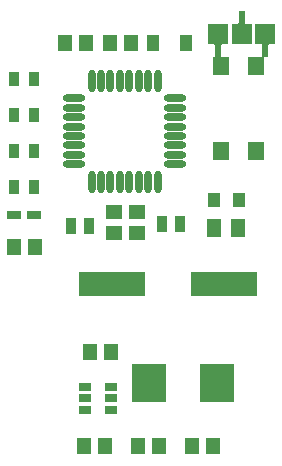
<source format=gtp>
G04*
G04 #@! TF.GenerationSoftware,Altium Limited,Altium Designer,23.3.1 (30)*
G04*
G04 Layer_Color=8421504*
%FSLAX25Y25*%
%MOIN*%
G70*
G04*
G04 #@! TF.SameCoordinates,DDE6331C-4F95-4F18-AA14-E53DA5D8DD09*
G04*
G04*
G04 #@! TF.FilePolarity,Positive*
G04*
G01*
G75*
%ADD18R,0.05512X0.06299*%
%ADD19R,0.04528X0.05709*%
%ADD20O,0.02362X0.07677*%
%ADD21O,0.07677X0.02362*%
%ADD22R,0.03937X0.02756*%
%ADD23R,0.11221X0.12598*%
%ADD24R,0.05709X0.04528*%
%ADD25R,0.22047X0.08268*%
%ADD26R,0.04331X0.05118*%
%ADD27R,0.03937X0.05512*%
%ADD28R,0.03367X0.04969*%
%ADD29R,0.04921X0.06102*%
%ADD30R,0.03740X0.05315*%
%ADD31R,0.04724X0.02756*%
G36*
X288472Y288347D02*
Y281653D01*
X286524D01*
X286441Y281626D01*
X286295Y281532D01*
X286189Y281394D01*
X286135Y281229D01*
X286130Y281142D01*
X286130D01*
Y277244D01*
X284122D01*
X284122Y281142D01*
X284112Y281242D01*
X284036Y281426D01*
X283895Y281567D01*
X283710Y281644D01*
X283610Y281653D01*
Y281653D01*
X281780D01*
Y288347D01*
X288472D01*
D02*
G37*
G36*
X304221D02*
Y281653D01*
X302272D01*
X302189Y281626D01*
X302043Y281532D01*
X301937Y281394D01*
X301883Y281229D01*
X301878Y281142D01*
X301878D01*
Y277244D01*
X299870D01*
X299870Y281142D01*
X299860Y281242D01*
X299784Y281426D01*
X299643Y281567D01*
X299458Y281644D01*
X299358Y281653D01*
Y281653D01*
X297528D01*
Y288347D01*
X304221D01*
D02*
G37*
G36*
X296346Y281653D02*
Y288347D01*
X294398Y288347D01*
X294315Y288374D01*
X294169Y288468D01*
X294063Y288606D01*
X294009Y288771D01*
X294004Y288858D01*
X294004Y288858D01*
X294004Y292756D01*
X291996D01*
X291996Y288858D01*
X291986Y288758D01*
X291910Y288574D01*
X291769Y288433D01*
X291584Y288356D01*
X291484Y288347D01*
X291484D01*
X289653D01*
Y281653D01*
X296346D01*
D02*
G37*
D18*
X297905Y245827D02*
D03*
Y274173D02*
D03*
X286094Y245827D02*
D03*
Y274173D02*
D03*
D19*
X224043Y214000D02*
D03*
X216957D02*
D03*
X240457Y147500D02*
D03*
X247543D02*
D03*
X242457Y179000D02*
D03*
X249543D02*
D03*
X265543Y147500D02*
D03*
X258457D02*
D03*
X276457D02*
D03*
X283543D02*
D03*
X248957Y282000D02*
D03*
X256043D02*
D03*
X233957D02*
D03*
X241043D02*
D03*
D20*
X242976Y235768D02*
D03*
X246126D02*
D03*
X249276D02*
D03*
X252425D02*
D03*
X255575D02*
D03*
X258724D02*
D03*
X261874D02*
D03*
X265024D02*
D03*
Y269232D02*
D03*
X261874D02*
D03*
X258724D02*
D03*
X255575D02*
D03*
X252425D02*
D03*
X249276D02*
D03*
X246126D02*
D03*
X242976D02*
D03*
D21*
X270732Y241476D02*
D03*
Y244626D02*
D03*
Y247776D02*
D03*
Y250925D02*
D03*
Y254075D02*
D03*
Y257224D02*
D03*
Y260374D02*
D03*
Y263524D02*
D03*
X237268D02*
D03*
Y260374D02*
D03*
Y257224D02*
D03*
Y254075D02*
D03*
Y250925D02*
D03*
Y247776D02*
D03*
Y244626D02*
D03*
Y241476D02*
D03*
D22*
X240673Y167240D02*
D03*
Y163500D02*
D03*
Y159760D02*
D03*
X249327D02*
D03*
Y163500D02*
D03*
Y167240D02*
D03*
D23*
X284720Y168500D02*
D03*
X262280D02*
D03*
D24*
X250500Y218457D02*
D03*
Y225543D02*
D03*
X258000Y218457D02*
D03*
Y225543D02*
D03*
D25*
X287201Y201500D02*
D03*
X249799D02*
D03*
D26*
X283866Y229500D02*
D03*
X292134D02*
D03*
D27*
X274512Y282000D02*
D03*
X263488D02*
D03*
D28*
X223750Y258000D02*
D03*
X217250D02*
D03*
X223750Y246000D02*
D03*
X217250D02*
D03*
Y234000D02*
D03*
X223750D02*
D03*
Y270000D02*
D03*
X217250D02*
D03*
D29*
X283799Y220398D02*
D03*
X291870D02*
D03*
D30*
X272453Y221500D02*
D03*
X266547D02*
D03*
X236047Y221000D02*
D03*
X241953D02*
D03*
D31*
X217154Y224500D02*
D03*
X223847D02*
D03*
M02*

</source>
